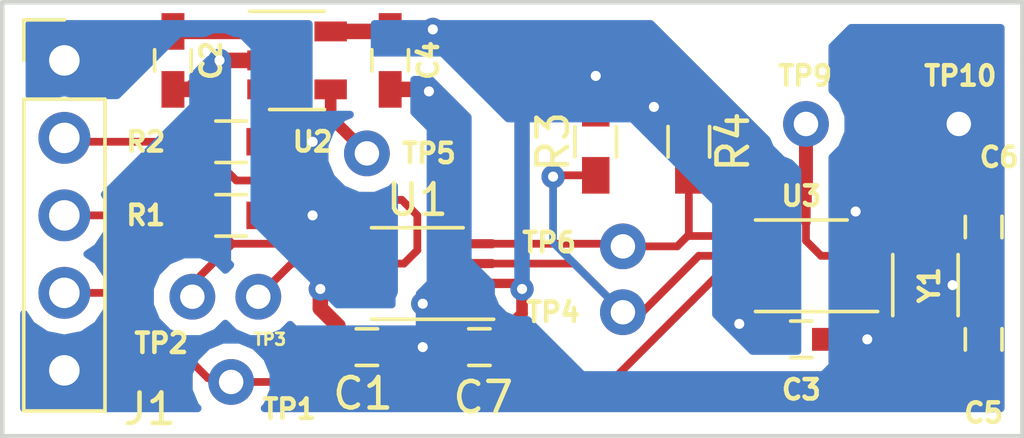
<source format=kicad_pcb>
(kicad_pcb (version 4) (host pcbnew 4.0.6)

  (general
    (links 46)
    (no_connects 0)
    (area 116.629467 89.0858 171.145201 106.5832)
    (thickness 1.6)
    (drawings 6)
    (tracks 127)
    (zones 0)
    (modules 24)
    (nets 13)
  )

  (page A4)
  (layers
    (0 F.Cu signal hide)
    (31 B.Cu signal hide)
    (32 B.Adhes user)
    (33 F.Adhes user)
    (34 B.Paste user)
    (35 F.Paste user)
    (36 B.SilkS user)
    (37 F.SilkS user)
    (38 B.Mask user)
    (39 F.Mask user)
    (40 Dwgs.User user)
    (41 Cmts.User user)
    (42 Eco1.User user)
    (43 Eco2.User user)
    (44 Edge.Cuts user)
    (45 Margin user)
    (46 B.CrtYd user)
    (47 F.CrtYd user)
    (48 B.Fab user)
    (49 F.Fab user hide)
  )

  (setup
    (last_trace_width 0.254)
    (user_trace_width 0.254)
    (user_trace_width 0.3048)
    (user_trace_width 0.381)
    (user_trace_width 0.4572)
    (user_trace_width 0.508)
    (trace_clearance 0.2032)
    (zone_clearance 0.508)
    (zone_45_only yes)
    (trace_min 0.2032)
    (segment_width 0.2)
    (edge_width 0.15)
    (via_size 0.762)
    (via_drill 0.3302)
    (via_min_size 0.762)
    (via_min_drill 0.3302)
    (uvia_size 0.3)
    (uvia_drill 0.1)
    (uvias_allowed no)
    (uvia_min_size 0.2)
    (uvia_min_drill 0.1)
    (pcb_text_width 0.3)
    (pcb_text_size 1.5 1.5)
    (mod_edge_width 0.15)
    (mod_text_size 0.635 0.635)
    (mod_text_width 0.15)
    (pad_size 1.5 1.5)
    (pad_drill 0.8)
    (pad_to_mask_clearance 0)
    (aux_axis_origin 119.634 105.283)
    (grid_origin 119.634 105.283)
    (visible_elements 7FFEEFFF)
    (pcbplotparams
      (layerselection 0x00030_80000001)
      (usegerberextensions false)
      (excludeedgelayer true)
      (linewidth 0.100000)
      (plotframeref false)
      (viasonmask false)
      (mode 1)
      (useauxorigin false)
      (hpglpennumber 1)
      (hpglpenspeed 20)
      (hpglpendiameter 15)
      (hpglpenoverlay 2)
      (psnegative false)
      (psa4output false)
      (plotreference true)
      (plotvalue true)
      (plotinvisibletext false)
      (padsonsilk false)
      (subtractmaskfromsilk false)
      (outputformat 1)
      (mirror false)
      (drillshape 0)
      (scaleselection 1)
      (outputdirectory ""))
  )

  (net 0 "")
  (net 1 +5V)
  (net 2 GND)
  (net 3 +3V3)
  (net 4 "Net-(C5-Pad1)")
  (net 5 "Net-(C6-Pad1)")
  (net 6 "Net-(J1-Pad2)")
  (net 7 "Net-(J1-Pad3)")
  (net 8 /PULSE)
  (net 9 "Net-(R3-Pad2)")
  (net 10 "Net-(R4-Pad2)")
  (net 11 "Net-(TP5-Pad1)")
  (net 12 "Net-(TP9-Pad1)")

  (net_class Default "This is the default net class."
    (clearance 0.2032)
    (trace_width 0.254)
    (via_dia 0.762)
    (via_drill 0.3302)
    (uvia_dia 0.3)
    (uvia_drill 0.1)
    (add_net +3V3)
    (add_net +5V)
    (add_net /PULSE)
    (add_net GND)
    (add_net "Net-(C5-Pad1)")
    (add_net "Net-(C6-Pad1)")
    (add_net "Net-(J1-Pad2)")
    (add_net "Net-(J1-Pad3)")
    (add_net "Net-(R3-Pad2)")
    (add_net "Net-(R4-Pad2)")
    (add_net "Net-(TP5-Pad1)")
    (add_net "Net-(TP9-Pad1)")
  )

  (module Capacitors_SMD:C_0603_HandSoldering (layer F.Cu) (tedit 58E13B79) (tstamp 58DB4441)
    (at 131.572 102.362)
    (descr "Capacitor SMD 0603, hand soldering")
    (tags "capacitor 0603")
    (path /58DB44C0)
    (attr smd)
    (fp_text reference C1 (at -0.127 1.524) (layer F.SilkS)
      (effects (font (size 1 1) (thickness 0.15)))
    )
    (fp_text value 1uF (at 0 1.5) (layer F.Fab)
      (effects (font (size 1 1) (thickness 0.15)))
    )
    (fp_text user %R (at 0 -1.25) (layer F.Fab)
      (effects (font (size 1 1) (thickness 0.15)))
    )
    (fp_line (start -0.8 0.4) (end -0.8 -0.4) (layer F.Fab) (width 0.1))
    (fp_line (start 0.8 0.4) (end -0.8 0.4) (layer F.Fab) (width 0.1))
    (fp_line (start 0.8 -0.4) (end 0.8 0.4) (layer F.Fab) (width 0.1))
    (fp_line (start -0.8 -0.4) (end 0.8 -0.4) (layer F.Fab) (width 0.1))
    (fp_line (start -0.35 -0.6) (end 0.35 -0.6) (layer F.SilkS) (width 0.12))
    (fp_line (start 0.35 0.6) (end -0.35 0.6) (layer F.SilkS) (width 0.12))
    (fp_line (start -1.8 -0.65) (end 1.8 -0.65) (layer F.CrtYd) (width 0.05))
    (fp_line (start -1.8 -0.65) (end -1.8 0.65) (layer F.CrtYd) (width 0.05))
    (fp_line (start 1.8 0.65) (end 1.8 -0.65) (layer F.CrtYd) (width 0.05))
    (fp_line (start 1.8 0.65) (end -1.8 0.65) (layer F.CrtYd) (width 0.05))
    (pad 1 smd rect (at -0.95 0) (size 1.2 0.75) (layers F.Cu F.Paste F.Mask)
      (net 1 +5V))
    (pad 2 smd rect (at 0.95 0) (size 1.2 0.75) (layers F.Cu F.Paste F.Mask)
      (net 2 GND))
    (model Capacitors_SMD.3dshapes/C_0603.wrl
      (at (xyz 0 0 0))
      (scale (xyz 1 1 1))
      (rotate (xyz 0 0 0))
    )
  )

  (module Capacitors_SMD:C_0603_HandSoldering (layer F.Cu) (tedit 58E13B8B) (tstamp 58DB4447)
    (at 125.222 92.964 270)
    (descr "Capacitor SMD 0603, hand soldering")
    (tags "capacitor 0603")
    (path /58DB1849)
    (attr smd)
    (fp_text reference C2 (at 0 -1.25 270) (layer F.SilkS)
      (effects (font (size 0.635 0.635) (thickness 0.15)))
    )
    (fp_text value 1uF (at 0 1.5 270) (layer F.Fab)
      (effects (font (size 1 1) (thickness 0.15)))
    )
    (fp_text user %R (at 0 -1.25 270) (layer F.Fab)
      (effects (font (size 1 1) (thickness 0.15)))
    )
    (fp_line (start -0.8 0.4) (end -0.8 -0.4) (layer F.Fab) (width 0.1))
    (fp_line (start 0.8 0.4) (end -0.8 0.4) (layer F.Fab) (width 0.1))
    (fp_line (start 0.8 -0.4) (end 0.8 0.4) (layer F.Fab) (width 0.1))
    (fp_line (start -0.8 -0.4) (end 0.8 -0.4) (layer F.Fab) (width 0.1))
    (fp_line (start -0.35 -0.6) (end 0.35 -0.6) (layer F.SilkS) (width 0.12))
    (fp_line (start 0.35 0.6) (end -0.35 0.6) (layer F.SilkS) (width 0.12))
    (fp_line (start -1.8 -0.65) (end 1.8 -0.65) (layer F.CrtYd) (width 0.05))
    (fp_line (start -1.8 -0.65) (end -1.8 0.65) (layer F.CrtYd) (width 0.05))
    (fp_line (start 1.8 0.65) (end 1.8 -0.65) (layer F.CrtYd) (width 0.05))
    (fp_line (start 1.8 0.65) (end -1.8 0.65) (layer F.CrtYd) (width 0.05))
    (pad 1 smd rect (at -0.95 0 270) (size 1.2 0.75) (layers F.Cu F.Paste F.Mask)
      (net 1 +5V))
    (pad 2 smd rect (at 0.95 0 270) (size 1.2 0.75) (layers F.Cu F.Paste F.Mask)
      (net 2 GND))
    (model Capacitors_SMD.3dshapes/C_0603.wrl
      (at (xyz 0 0 0))
      (scale (xyz 1 1 1))
      (rotate (xyz 0 0 0))
    )
  )

  (module Capacitors_SMD:C_0603_HandSoldering (layer F.Cu) (tedit 58E13CAF) (tstamp 58DB444D)
    (at 145.796 102.108)
    (descr "Capacitor SMD 0603, hand soldering")
    (tags "capacitor 0603")
    (path /58DB5E6E)
    (attr smd)
    (fp_text reference C3 (at 0 1.651) (layer F.SilkS)
      (effects (font (size 0.635 0.635) (thickness 0.15)))
    )
    (fp_text value 1uF (at 0 1.5) (layer F.Fab)
      (effects (font (size 1 1) (thickness 0.15)))
    )
    (fp_text user %R (at 0 -1.25) (layer F.Fab)
      (effects (font (size 1 1) (thickness 0.15)))
    )
    (fp_line (start -0.8 0.4) (end -0.8 -0.4) (layer F.Fab) (width 0.1))
    (fp_line (start 0.8 0.4) (end -0.8 0.4) (layer F.Fab) (width 0.1))
    (fp_line (start 0.8 -0.4) (end 0.8 0.4) (layer F.Fab) (width 0.1))
    (fp_line (start -0.8 -0.4) (end 0.8 -0.4) (layer F.Fab) (width 0.1))
    (fp_line (start -0.35 -0.6) (end 0.35 -0.6) (layer F.SilkS) (width 0.12))
    (fp_line (start 0.35 0.6) (end -0.35 0.6) (layer F.SilkS) (width 0.12))
    (fp_line (start -1.8 -0.65) (end 1.8 -0.65) (layer F.CrtYd) (width 0.05))
    (fp_line (start -1.8 -0.65) (end -1.8 0.65) (layer F.CrtYd) (width 0.05))
    (fp_line (start 1.8 0.65) (end 1.8 -0.65) (layer F.CrtYd) (width 0.05))
    (fp_line (start 1.8 0.65) (end -1.8 0.65) (layer F.CrtYd) (width 0.05))
    (pad 1 smd rect (at -0.95 0) (size 1.2 0.75) (layers F.Cu F.Paste F.Mask)
      (net 3 +3V3))
    (pad 2 smd rect (at 0.95 0) (size 1.2 0.75) (layers F.Cu F.Paste F.Mask)
      (net 2 GND))
    (model Capacitors_SMD.3dshapes/C_0603.wrl
      (at (xyz 0 0 0))
      (scale (xyz 1 1 1))
      (rotate (xyz 0 0 0))
    )
  )

  (module Capacitors_SMD:C_0603_HandSoldering (layer F.Cu) (tedit 58E13BAB) (tstamp 58DB4453)
    (at 132.334 92.964 270)
    (descr "Capacitor SMD 0603, hand soldering")
    (tags "capacitor 0603")
    (path /58DB1DC4)
    (attr smd)
    (fp_text reference C4 (at 0 -1.25 270) (layer F.SilkS)
      (effects (font (size 0.635 0.635) (thickness 0.15)))
    )
    (fp_text value 4.7uF (at 0 1.5 270) (layer F.Fab)
      (effects (font (size 1 1) (thickness 0.15)))
    )
    (fp_text user %R (at 0 -1.25 270) (layer F.Fab)
      (effects (font (size 1 1) (thickness 0.15)))
    )
    (fp_line (start -0.8 0.4) (end -0.8 -0.4) (layer F.Fab) (width 0.1))
    (fp_line (start 0.8 0.4) (end -0.8 0.4) (layer F.Fab) (width 0.1))
    (fp_line (start 0.8 -0.4) (end 0.8 0.4) (layer F.Fab) (width 0.1))
    (fp_line (start -0.8 -0.4) (end 0.8 -0.4) (layer F.Fab) (width 0.1))
    (fp_line (start -0.35 -0.6) (end 0.35 -0.6) (layer F.SilkS) (width 0.12))
    (fp_line (start 0.35 0.6) (end -0.35 0.6) (layer F.SilkS) (width 0.12))
    (fp_line (start -1.8 -0.65) (end 1.8 -0.65) (layer F.CrtYd) (width 0.05))
    (fp_line (start -1.8 -0.65) (end -1.8 0.65) (layer F.CrtYd) (width 0.05))
    (fp_line (start 1.8 0.65) (end 1.8 -0.65) (layer F.CrtYd) (width 0.05))
    (fp_line (start 1.8 0.65) (end -1.8 0.65) (layer F.CrtYd) (width 0.05))
    (pad 1 smd rect (at -0.95 0 270) (size 1.2 0.75) (layers F.Cu F.Paste F.Mask)
      (net 3 +3V3))
    (pad 2 smd rect (at 0.95 0 270) (size 1.2 0.75) (layers F.Cu F.Paste F.Mask)
      (net 2 GND))
    (model Capacitors_SMD.3dshapes/C_0603.wrl
      (at (xyz 0 0 0))
      (scale (xyz 1 1 1))
      (rotate (xyz 0 0 0))
    )
  )

  (module Capacitors_SMD:C_0603_HandSoldering (layer F.Cu) (tedit 58E13CE2) (tstamp 58DB4459)
    (at 151.765 102.108 90)
    (descr "Capacitor SMD 0603, hand soldering")
    (tags "capacitor 0603")
    (path /58DBDA82)
    (attr smd)
    (fp_text reference C5 (at -2.413 0 180) (layer F.SilkS)
      (effects (font (size 0.635 0.635) (thickness 0.15)))
    )
    (fp_text value 6pF (at 0 1.5 90) (layer F.Fab)
      (effects (font (size 1 1) (thickness 0.15)))
    )
    (fp_text user %R (at 0 -1.25 90) (layer F.Fab)
      (effects (font (size 1 1) (thickness 0.15)))
    )
    (fp_line (start -0.8 0.4) (end -0.8 -0.4) (layer F.Fab) (width 0.1))
    (fp_line (start 0.8 0.4) (end -0.8 0.4) (layer F.Fab) (width 0.1))
    (fp_line (start 0.8 -0.4) (end 0.8 0.4) (layer F.Fab) (width 0.1))
    (fp_line (start -0.8 -0.4) (end 0.8 -0.4) (layer F.Fab) (width 0.1))
    (fp_line (start -0.35 -0.6) (end 0.35 -0.6) (layer F.SilkS) (width 0.12))
    (fp_line (start 0.35 0.6) (end -0.35 0.6) (layer F.SilkS) (width 0.12))
    (fp_line (start -1.8 -0.65) (end 1.8 -0.65) (layer F.CrtYd) (width 0.05))
    (fp_line (start -1.8 -0.65) (end -1.8 0.65) (layer F.CrtYd) (width 0.05))
    (fp_line (start 1.8 0.65) (end 1.8 -0.65) (layer F.CrtYd) (width 0.05))
    (fp_line (start 1.8 0.65) (end -1.8 0.65) (layer F.CrtYd) (width 0.05))
    (pad 1 smd rect (at -0.95 0 90) (size 1.2 0.75) (layers F.Cu F.Paste F.Mask)
      (net 4 "Net-(C5-Pad1)"))
    (pad 2 smd rect (at 0.95 0 90) (size 1.2 0.75) (layers F.Cu F.Paste F.Mask)
      (net 2 GND))
    (model Capacitors_SMD.3dshapes/C_0603.wrl
      (at (xyz 0 0 0))
      (scale (xyz 1 1 1))
      (rotate (xyz 0 0 0))
    )
  )

  (module Capacitors_SMD:C_0603_HandSoldering (layer F.Cu) (tedit 58E13D59) (tstamp 58DB445F)
    (at 151.765 98.425 270)
    (descr "Capacitor SMD 0603, hand soldering")
    (tags "capacitor 0603")
    (path /58DBD926)
    (attr smd)
    (fp_text reference C6 (at -2.286 -0.508 360) (layer F.SilkS)
      (effects (font (size 0.635 0.635) (thickness 0.15)))
    )
    (fp_text value 6pF (at 0 1.5 270) (layer F.Fab)
      (effects (font (size 1 1) (thickness 0.15)))
    )
    (fp_text user %R (at 0 -1.25 270) (layer F.Fab)
      (effects (font (size 1 1) (thickness 0.15)))
    )
    (fp_line (start -0.8 0.4) (end -0.8 -0.4) (layer F.Fab) (width 0.1))
    (fp_line (start 0.8 0.4) (end -0.8 0.4) (layer F.Fab) (width 0.1))
    (fp_line (start 0.8 -0.4) (end 0.8 0.4) (layer F.Fab) (width 0.1))
    (fp_line (start -0.8 -0.4) (end 0.8 -0.4) (layer F.Fab) (width 0.1))
    (fp_line (start -0.35 -0.6) (end 0.35 -0.6) (layer F.SilkS) (width 0.12))
    (fp_line (start 0.35 0.6) (end -0.35 0.6) (layer F.SilkS) (width 0.12))
    (fp_line (start -1.8 -0.65) (end 1.8 -0.65) (layer F.CrtYd) (width 0.05))
    (fp_line (start -1.8 -0.65) (end -1.8 0.65) (layer F.CrtYd) (width 0.05))
    (fp_line (start 1.8 0.65) (end 1.8 -0.65) (layer F.CrtYd) (width 0.05))
    (fp_line (start 1.8 0.65) (end -1.8 0.65) (layer F.CrtYd) (width 0.05))
    (pad 1 smd rect (at -0.95 0 270) (size 1.2 0.75) (layers F.Cu F.Paste F.Mask)
      (net 5 "Net-(C6-Pad1)"))
    (pad 2 smd rect (at 0.95 0 270) (size 1.2 0.75) (layers F.Cu F.Paste F.Mask)
      (net 2 GND))
    (model Capacitors_SMD.3dshapes/C_0603.wrl
      (at (xyz 0 0 0))
      (scale (xyz 1 1 1))
      (rotate (xyz 0 0 0))
    )
  )

  (module Capacitors_SMD:C_0603_HandSoldering (layer F.Cu) (tedit 58E13B72) (tstamp 58DB4465)
    (at 135.255 102.362 180)
    (descr "Capacitor SMD 0603, hand soldering")
    (tags "capacitor 0603")
    (path /58DB75F7)
    (attr smd)
    (fp_text reference C7 (at -0.127 -1.651 180) (layer F.SilkS)
      (effects (font (size 1 1) (thickness 0.15)))
    )
    (fp_text value 1uF (at 0 1.5 180) (layer F.Fab)
      (effects (font (size 1 1) (thickness 0.15)))
    )
    (fp_text user %R (at 0 -1.25 180) (layer F.Fab)
      (effects (font (size 1 1) (thickness 0.15)))
    )
    (fp_line (start -0.8 0.4) (end -0.8 -0.4) (layer F.Fab) (width 0.1))
    (fp_line (start 0.8 0.4) (end -0.8 0.4) (layer F.Fab) (width 0.1))
    (fp_line (start 0.8 -0.4) (end 0.8 0.4) (layer F.Fab) (width 0.1))
    (fp_line (start -0.8 -0.4) (end 0.8 -0.4) (layer F.Fab) (width 0.1))
    (fp_line (start -0.35 -0.6) (end 0.35 -0.6) (layer F.SilkS) (width 0.12))
    (fp_line (start 0.35 0.6) (end -0.35 0.6) (layer F.SilkS) (width 0.12))
    (fp_line (start -1.8 -0.65) (end 1.8 -0.65) (layer F.CrtYd) (width 0.05))
    (fp_line (start -1.8 -0.65) (end -1.8 0.65) (layer F.CrtYd) (width 0.05))
    (fp_line (start 1.8 0.65) (end 1.8 -0.65) (layer F.CrtYd) (width 0.05))
    (fp_line (start 1.8 0.65) (end -1.8 0.65) (layer F.CrtYd) (width 0.05))
    (pad 1 smd rect (at -0.95 0 180) (size 1.2 0.75) (layers F.Cu F.Paste F.Mask)
      (net 3 +3V3))
    (pad 2 smd rect (at 0.95 0 180) (size 1.2 0.75) (layers F.Cu F.Paste F.Mask)
      (net 2 GND))
    (model Capacitors_SMD.3dshapes/C_0603.wrl
      (at (xyz 0 0 0))
      (scale (xyz 1 1 1))
      (rotate (xyz 0 0 0))
    )
  )

  (module Socket_Strips:Socket_Strip_Straight_1x05_Pitch2.54mm (layer F.Cu) (tedit 58CD5446) (tstamp 58DB4474)
    (at 121.666 92.964)
    (descr "Through hole straight socket strip, 1x05, 2.54mm pitch, single row")
    (tags "Through hole socket strip THT 1x05 2.54mm single row")
    (path /58DB32C3)
    (fp_text reference J1 (at 2.794 11.43) (layer F.SilkS)
      (effects (font (size 1 1) (thickness 0.15)))
    )
    (fp_text value CONN_01X05 (at 0 12.49) (layer F.Fab)
      (effects (font (size 1 1) (thickness 0.15)))
    )
    (fp_line (start -1.27 -1.27) (end -1.27 11.43) (layer F.Fab) (width 0.1))
    (fp_line (start -1.27 11.43) (end 1.27 11.43) (layer F.Fab) (width 0.1))
    (fp_line (start 1.27 11.43) (end 1.27 -1.27) (layer F.Fab) (width 0.1))
    (fp_line (start 1.27 -1.27) (end -1.27 -1.27) (layer F.Fab) (width 0.1))
    (fp_line (start -1.33 1.27) (end -1.33 11.49) (layer F.SilkS) (width 0.12))
    (fp_line (start -1.33 11.49) (end 1.33 11.49) (layer F.SilkS) (width 0.12))
    (fp_line (start 1.33 11.49) (end 1.33 1.27) (layer F.SilkS) (width 0.12))
    (fp_line (start 1.33 1.27) (end -1.33 1.27) (layer F.SilkS) (width 0.12))
    (fp_line (start -1.33 0) (end -1.33 -1.33) (layer F.SilkS) (width 0.12))
    (fp_line (start -1.33 -1.33) (end 0 -1.33) (layer F.SilkS) (width 0.12))
    (fp_line (start -1.8 -1.8) (end -1.8 11.95) (layer F.CrtYd) (width 0.05))
    (fp_line (start -1.8 11.95) (end 1.8 11.95) (layer F.CrtYd) (width 0.05))
    (fp_line (start 1.8 11.95) (end 1.8 -1.8) (layer F.CrtYd) (width 0.05))
    (fp_line (start 1.8 -1.8) (end -1.8 -1.8) (layer F.CrtYd) (width 0.05))
    (fp_text user %R (at 0 -2.33) (layer F.Fab)
      (effects (font (size 1 1) (thickness 0.15)))
    )
    (pad 1 thru_hole rect (at 0 0) (size 1.7 1.7) (drill 1) (layers *.Cu *.Mask)
      (net 1 +5V))
    (pad 2 thru_hole oval (at 0 2.54) (size 1.7 1.7) (drill 1) (layers *.Cu *.Mask)
      (net 6 "Net-(J1-Pad2)"))
    (pad 3 thru_hole oval (at 0 5.08) (size 1.7 1.7) (drill 1) (layers *.Cu *.Mask)
      (net 7 "Net-(J1-Pad3)"))
    (pad 4 thru_hole oval (at 0 7.62) (size 1.7 1.7) (drill 1) (layers *.Cu *.Mask)
      (net 8 /PULSE))
    (pad 5 thru_hole oval (at 0 10.16) (size 1.7 1.7) (drill 1) (layers *.Cu *.Mask)
      (net 2 GND))
    (model ${KISYS3DMOD}/Socket_Strips.3dshapes/Socket_Strip_Straight_1x05_Pitch2.54mm.wrl
      (at (xyz 0 -0.2 0))
      (scale (xyz 1 1 1))
      (rotate (xyz 0 0 270))
    )
  )

  (module Resistors_SMD:R_0603_HandSoldering (layer F.Cu) (tedit 58E13AC0) (tstamp 58DB447A)
    (at 127.127 98.044 180)
    (descr "Resistor SMD 0603, hand soldering")
    (tags "resistor 0603")
    (path /58DB26C2)
    (attr smd)
    (fp_text reference R1 (at 2.794 0 180) (layer F.SilkS)
      (effects (font (size 0.635 0.635) (thickness 0.15)))
    )
    (fp_text value 4.7K (at 0 1.55 180) (layer F.Fab)
      (effects (font (size 1 1) (thickness 0.15)))
    )
    (fp_text user %R (at 0 -1.45 180) (layer F.Fab)
      (effects (font (size 1 1) (thickness 0.15)))
    )
    (fp_line (start -0.8 0.4) (end -0.8 -0.4) (layer F.Fab) (width 0.1))
    (fp_line (start 0.8 0.4) (end -0.8 0.4) (layer F.Fab) (width 0.1))
    (fp_line (start 0.8 -0.4) (end 0.8 0.4) (layer F.Fab) (width 0.1))
    (fp_line (start -0.8 -0.4) (end 0.8 -0.4) (layer F.Fab) (width 0.1))
    (fp_line (start 0.5 0.68) (end -0.5 0.68) (layer F.SilkS) (width 0.12))
    (fp_line (start -0.5 -0.68) (end 0.5 -0.68) (layer F.SilkS) (width 0.12))
    (fp_line (start -1.96 -0.7) (end 1.95 -0.7) (layer F.CrtYd) (width 0.05))
    (fp_line (start -1.96 -0.7) (end -1.96 0.7) (layer F.CrtYd) (width 0.05))
    (fp_line (start 1.95 0.7) (end 1.95 -0.7) (layer F.CrtYd) (width 0.05))
    (fp_line (start 1.95 0.7) (end -1.96 0.7) (layer F.CrtYd) (width 0.05))
    (pad 1 smd rect (at -1.1 0 180) (size 1.2 0.9) (layers F.Cu F.Paste F.Mask)
      (net 1 +5V))
    (pad 2 smd rect (at 1.1 0 180) (size 1.2 0.9) (layers F.Cu F.Paste F.Mask)
      (net 7 "Net-(J1-Pad3)"))
    (model Resistors_SMD.3dshapes/R_0603.wrl
      (at (xyz 0 0 0))
      (scale (xyz 1 1 1))
      (rotate (xyz 0 0 0))
    )
  )

  (module Resistors_SMD:R_0603_HandSoldering (layer F.Cu) (tedit 58E13ACC) (tstamp 58DB4480)
    (at 127.127 95.631 180)
    (descr "Resistor SMD 0603, hand soldering")
    (tags "resistor 0603")
    (path /58DB24A3)
    (attr smd)
    (fp_text reference R2 (at 2.794 0 180) (layer F.SilkS)
      (effects (font (size 0.635 0.635) (thickness 0.15)))
    )
    (fp_text value 4.7K (at 0 1.55 180) (layer F.Fab)
      (effects (font (size 1 1) (thickness 0.15)))
    )
    (fp_text user %R (at 0 -1.45 180) (layer F.Fab)
      (effects (font (size 1 1) (thickness 0.15)))
    )
    (fp_line (start -0.8 0.4) (end -0.8 -0.4) (layer F.Fab) (width 0.1))
    (fp_line (start 0.8 0.4) (end -0.8 0.4) (layer F.Fab) (width 0.1))
    (fp_line (start 0.8 -0.4) (end 0.8 0.4) (layer F.Fab) (width 0.1))
    (fp_line (start -0.8 -0.4) (end 0.8 -0.4) (layer F.Fab) (width 0.1))
    (fp_line (start 0.5 0.68) (end -0.5 0.68) (layer F.SilkS) (width 0.12))
    (fp_line (start -0.5 -0.68) (end 0.5 -0.68) (layer F.SilkS) (width 0.12))
    (fp_line (start -1.96 -0.7) (end 1.95 -0.7) (layer F.CrtYd) (width 0.05))
    (fp_line (start -1.96 -0.7) (end -1.96 0.7) (layer F.CrtYd) (width 0.05))
    (fp_line (start 1.95 0.7) (end 1.95 -0.7) (layer F.CrtYd) (width 0.05))
    (fp_line (start 1.95 0.7) (end -1.96 0.7) (layer F.CrtYd) (width 0.05))
    (pad 1 smd rect (at -1.1 0 180) (size 1.2 0.9) (layers F.Cu F.Paste F.Mask)
      (net 1 +5V))
    (pad 2 smd rect (at 1.1 0 180) (size 1.2 0.9) (layers F.Cu F.Paste F.Mask)
      (net 6 "Net-(J1-Pad2)"))
    (model Resistors_SMD.3dshapes/R_0603.wrl
      (at (xyz 0 0 0))
      (scale (xyz 1 1 1))
      (rotate (xyz 0 0 0))
    )
  )

  (module Resistors_SMD:R_0603_HandSoldering (layer F.Cu) (tedit 58E13BBA) (tstamp 58DB4486)
    (at 139.065 95.631 270)
    (descr "Resistor SMD 0603, hand soldering")
    (tags "resistor 0603")
    (path /58DB6889)
    (attr smd)
    (fp_text reference R3 (at 0 1.397 270) (layer F.SilkS)
      (effects (font (size 1 1) (thickness 0.15)))
    )
    (fp_text value 4.7K (at 0 1.55 270) (layer F.Fab)
      (effects (font (size 1 1) (thickness 0.15)))
    )
    (fp_text user %R (at 0 -1.45 270) (layer F.Fab)
      (effects (font (size 1 1) (thickness 0.15)))
    )
    (fp_line (start -0.8 0.4) (end -0.8 -0.4) (layer F.Fab) (width 0.1))
    (fp_line (start 0.8 0.4) (end -0.8 0.4) (layer F.Fab) (width 0.1))
    (fp_line (start 0.8 -0.4) (end 0.8 0.4) (layer F.Fab) (width 0.1))
    (fp_line (start -0.8 -0.4) (end 0.8 -0.4) (layer F.Fab) (width 0.1))
    (fp_line (start 0.5 0.68) (end -0.5 0.68) (layer F.SilkS) (width 0.12))
    (fp_line (start -0.5 -0.68) (end 0.5 -0.68) (layer F.SilkS) (width 0.12))
    (fp_line (start -1.96 -0.7) (end 1.95 -0.7) (layer F.CrtYd) (width 0.05))
    (fp_line (start -1.96 -0.7) (end -1.96 0.7) (layer F.CrtYd) (width 0.05))
    (fp_line (start 1.95 0.7) (end 1.95 -0.7) (layer F.CrtYd) (width 0.05))
    (fp_line (start 1.95 0.7) (end -1.96 0.7) (layer F.CrtYd) (width 0.05))
    (pad 1 smd rect (at -1.1 0 270) (size 1.2 0.9) (layers F.Cu F.Paste F.Mask)
      (net 3 +3V3))
    (pad 2 smd rect (at 1.1 0 270) (size 1.2 0.9) (layers F.Cu F.Paste F.Mask)
      (net 9 "Net-(R3-Pad2)"))
    (model Resistors_SMD.3dshapes/R_0603.wrl
      (at (xyz 0 0 0))
      (scale (xyz 1 1 1))
      (rotate (xyz 0 0 0))
    )
  )

  (module Resistors_SMD:R_0603_HandSoldering (layer F.Cu) (tedit 58AAD9E8) (tstamp 58DB448C)
    (at 142.113 95.631 270)
    (descr "Resistor SMD 0603, hand soldering")
    (tags "resistor 0603")
    (path /58DB6883)
    (attr smd)
    (fp_text reference R4 (at 0 -1.45 270) (layer F.SilkS)
      (effects (font (size 1 1) (thickness 0.15)))
    )
    (fp_text value 4.7K (at 0 1.55 270) (layer F.Fab)
      (effects (font (size 1 1) (thickness 0.15)))
    )
    (fp_text user %R (at 0 -1.45 270) (layer F.Fab)
      (effects (font (size 1 1) (thickness 0.15)))
    )
    (fp_line (start -0.8 0.4) (end -0.8 -0.4) (layer F.Fab) (width 0.1))
    (fp_line (start 0.8 0.4) (end -0.8 0.4) (layer F.Fab) (width 0.1))
    (fp_line (start 0.8 -0.4) (end 0.8 0.4) (layer F.Fab) (width 0.1))
    (fp_line (start -0.8 -0.4) (end 0.8 -0.4) (layer F.Fab) (width 0.1))
    (fp_line (start 0.5 0.68) (end -0.5 0.68) (layer F.SilkS) (width 0.12))
    (fp_line (start -0.5 -0.68) (end 0.5 -0.68) (layer F.SilkS) (width 0.12))
    (fp_line (start -1.96 -0.7) (end 1.95 -0.7) (layer F.CrtYd) (width 0.05))
    (fp_line (start -1.96 -0.7) (end -1.96 0.7) (layer F.CrtYd) (width 0.05))
    (fp_line (start 1.95 0.7) (end 1.95 -0.7) (layer F.CrtYd) (width 0.05))
    (fp_line (start 1.95 0.7) (end -1.96 0.7) (layer F.CrtYd) (width 0.05))
    (pad 1 smd rect (at -1.1 0 270) (size 1.2 0.9) (layers F.Cu F.Paste F.Mask)
      (net 3 +3V3))
    (pad 2 smd rect (at 1.1 0 270) (size 1.2 0.9) (layers F.Cu F.Paste F.Mask)
      (net 10 "Net-(R4-Pad2)"))
    (model Resistors_SMD.3dshapes/R_0603.wrl
      (at (xyz 0 0 0))
      (scale (xyz 1 1 1))
      (rotate (xyz 0 0 0))
    )
  )

  (module Measurement_Points:Measurement_Point_Round-TH_Small (layer F.Cu) (tedit 58E13B6F) (tstamp 58DB4491)
    (at 127.127 103.505)
    (descr "Mesurement Point, Square, Trough Hole,  DM 1.5mm, Drill 0.8mm,")
    (tags "Mesurement Point Round Trough Hole 1.5mm Drill 0.8mm")
    (path /58DC2445)
    (attr virtual)
    (fp_text reference TP1 (at 1.905 0.889) (layer F.SilkS)
      (effects (font (size 0.635 0.635) (thickness 0.15)))
    )
    (fp_text value TEST (at 0 2) (layer F.Fab)
      (effects (font (size 1 1) (thickness 0.15)))
    )
    (fp_circle (center 0 0) (end 1 0) (layer F.CrtYd) (width 0.05))
    (pad 1 thru_hole circle (at 0 0) (size 1.5 1.5) (drill 0.8) (layers *.Cu *.Mask)
      (net 8 /PULSE))
  )

  (module Measurement_Points:Measurement_Point_Round-TH_Small (layer F.Cu) (tedit 58E13B6C) (tstamp 58DB4496)
    (at 125.857 100.711)
    (descr "Mesurement Point, Square, Trough Hole,  DM 1.5mm, Drill 0.8mm,")
    (tags "Mesurement Point Round Trough Hole 1.5mm Drill 0.8mm")
    (path /58DB7FCD)
    (attr virtual)
    (fp_text reference TP2 (at -1.016 1.524) (layer F.SilkS)
      (effects (font (size 0.635 0.635) (thickness 0.15)))
    )
    (fp_text value TEST (at 0 2) (layer F.Fab)
      (effects (font (size 1 1) (thickness 0.15)))
    )
    (fp_circle (center 0 0) (end 1 0) (layer F.CrtYd) (width 0.05))
    (pad 1 thru_hole circle (at 0 0) (size 1.5 1.5) (drill 0.8) (layers *.Cu *.Mask)
      (net 7 "Net-(J1-Pad3)"))
  )

  (module Measurement_Points:Measurement_Point_Round-TH_Small (layer F.Cu) (tedit 58E13AAA) (tstamp 58DB449B)
    (at 128.016 100.711)
    (descr "Mesurement Point, Square, Trough Hole,  DM 1.5mm, Drill 0.8mm,")
    (tags "Mesurement Point Round Trough Hole 1.5mm Drill 0.8mm")
    (path /58DB8100)
    (attr virtual)
    (fp_text reference TP3 (at 0.381 1.397) (layer F.SilkS)
      (effects (font (size 0.381 0.381) (thickness 0.09525)))
    )
    (fp_text value TEST (at 0 2) (layer F.Fab)
      (effects (font (size 1 1) (thickness 0.15)))
    )
    (fp_circle (center 0 0) (end 1 0) (layer F.CrtYd) (width 0.05))
    (pad 1 thru_hole circle (at 0 0) (size 1.5 1.5) (drill 0.8) (layers *.Cu *.Mask)
      (net 6 "Net-(J1-Pad2)"))
  )

  (module Measurement_Points:Measurement_Point_Round-TH_Small (layer F.Cu) (tedit 58E13C48) (tstamp 58DB44A0)
    (at 139.954 101.219)
    (descr "Mesurement Point, Square, Trough Hole,  DM 1.5mm, Drill 0.8mm,")
    (tags "Mesurement Point Round Trough Hole 1.5mm Drill 0.8mm")
    (path /58DC1845)
    (attr virtual)
    (fp_text reference TP4 (at -2.286 0) (layer F.SilkS)
      (effects (font (size 0.635 0.635) (thickness 0.15)))
    )
    (fp_text value TEST (at 0 2) (layer F.Fab)
      (effects (font (size 1 1) (thickness 0.15)))
    )
    (fp_circle (center 0 0) (end 1 0) (layer F.CrtYd) (width 0.05))
    (pad 1 thru_hole circle (at 0 0) (size 1.5 1.5) (drill 0.8) (layers *.Cu *.Mask)
      (net 9 "Net-(R3-Pad2)"))
  )

  (module Measurement_Points:Measurement_Point_Round-TH_Small (layer F.Cu) (tedit 58E13B97) (tstamp 58DB44A5)
    (at 131.572 96.012)
    (descr "Mesurement Point, Square, Trough Hole,  DM 1.5mm, Drill 0.8mm,")
    (tags "Mesurement Point Round Trough Hole 1.5mm Drill 0.8mm")
    (path /58DB1E6A)
    (attr virtual)
    (fp_text reference TP5 (at 2.032 0) (layer F.SilkS)
      (effects (font (size 0.635 0.635) (thickness 0.15)))
    )
    (fp_text value TEST (at 0 2) (layer F.Fab)
      (effects (font (size 1 1) (thickness 0.15)))
    )
    (fp_circle (center 0 0) (end 1 0) (layer F.CrtYd) (width 0.05))
    (pad 1 thru_hole circle (at 0 0) (size 1.5 1.5) (drill 0.8) (layers *.Cu *.Mask)
      (net 11 "Net-(TP5-Pad1)"))
  )

  (module Measurement_Points:Measurement_Point_Round-TH_Small (layer F.Cu) (tedit 58E13BC8) (tstamp 58DB44AA)
    (at 139.954 99.06)
    (descr "Mesurement Point, Square, Trough Hole,  DM 1.5mm, Drill 0.8mm,")
    (tags "Mesurement Point Round Trough Hole 1.5mm Drill 0.8mm")
    (path /58DC184B)
    (attr virtual)
    (fp_text reference TP6 (at -2.413 -0.127) (layer F.SilkS)
      (effects (font (size 0.635 0.635) (thickness 0.15)))
    )
    (fp_text value TEST (at 0 2) (layer F.Fab)
      (effects (font (size 1 1) (thickness 0.15)))
    )
    (fp_circle (center 0 0) (end 1 0) (layer F.CrtYd) (width 0.05))
    (pad 1 thru_hole circle (at 0 0) (size 1.5 1.5) (drill 0.8) (layers *.Cu *.Mask)
      (net 10 "Net-(R4-Pad2)"))
  )

  (module Housings_SSOP:SSOP-8_2.95x2.8mm_Pitch0.65mm (layer F.Cu) (tedit 58E13B7F) (tstamp 58DB44B6)
    (at 133.223 99.949 180)
    (descr "SSOP-8 2.9 x2.8mm Pitch 0.65mm")
    (tags "SSOP-8 2.95x2.8mm Pitch 0.65mm")
    (path /58DB4CB4)
    (attr smd)
    (fp_text reference U1 (at 0 2.413 180) (layer F.SilkS)
      (effects (font (size 1 1) (thickness 0.15)))
    )
    (fp_text value PCA9306 (at 0 2.6 180) (layer F.Fab)
      (effects (font (size 1 1) (thickness 0.15)))
    )
    (fp_line (start -2.75 -1.65) (end 2.75 -1.65) (layer F.CrtYd) (width 0.05))
    (fp_line (start -2.75 1.65) (end -2.75 -1.65) (layer F.CrtYd) (width 0.05))
    (fp_line (start 2.75 1.65) (end -2.75 1.65) (layer F.CrtYd) (width 0.05))
    (fp_line (start 2.75 -1.65) (end 2.75 1.65) (layer F.CrtYd) (width 0.05))
    (fp_line (start 1.5 1.5) (end -1.5 1.5) (layer F.SilkS) (width 0.12))
    (fp_line (start 1.5 -1.5) (end -2.5 -1.5) (layer F.SilkS) (width 0.12))
    (fp_line (start -0.475 -1.4) (end -1.475 -0.7) (layer F.Fab) (width 0.1))
    (fp_line (start -0.475 -1.4) (end 1.475 -1.4) (layer F.Fab) (width 0.1))
    (fp_line (start -1.475 1.4) (end -1.475 -0.7) (layer F.Fab) (width 0.1))
    (fp_line (start 1.475 1.4) (end -1.475 1.4) (layer F.Fab) (width 0.1))
    (fp_line (start 1.475 -1.4) (end 1.475 1.4) (layer F.Fab) (width 0.1))
    (pad 1 smd rect (at -1.7 -0.975 90) (size 0.3 1.6) (layers F.Cu F.Paste F.Mask)
      (net 2 GND))
    (pad 2 smd rect (at -1.7 -0.325 90) (size 0.3 1.6) (layers F.Cu F.Paste F.Mask)
      (net 3 +3V3))
    (pad 3 smd rect (at -1.7 0.325 90) (size 0.3 1.6) (layers F.Cu F.Paste F.Mask)
      (net 9 "Net-(R3-Pad2)"))
    (pad 4 smd rect (at -1.7 0.975 90) (size 0.3 1.6) (layers F.Cu F.Paste F.Mask)
      (net 10 "Net-(R4-Pad2)"))
    (pad 5 smd rect (at 1.7 0.975 90) (size 0.3 1.6) (layers F.Cu F.Paste F.Mask)
      (net 7 "Net-(J1-Pad3)"))
    (pad 6 smd rect (at 1.7 0.325 90) (size 0.3 1.6) (layers F.Cu F.Paste F.Mask)
      (net 6 "Net-(J1-Pad2)"))
    (pad 7 smd rect (at 1.7 -0.325 90) (size 0.3 1.6) (layers F.Cu F.Paste F.Mask)
      (net 1 +5V))
    (pad 8 smd rect (at 1.7 -0.975 90) (size 0.3 1.6) (layers F.Cu F.Paste F.Mask)
      (net 1 +5V))
  )

  (module TO_SOT_Packages_SMD:SOT-23-5 (layer F.Cu) (tedit 58E13BA4) (tstamp 58DB44BF)
    (at 129.286 92.964)
    (descr "5-pin SOT23 package")
    (tags SOT-23-5)
    (path /58DB1520)
    (attr smd)
    (fp_text reference U2 (at 0.508 2.667) (layer F.SilkS)
      (effects (font (size 0.635 0.635) (thickness 0.15)))
    )
    (fp_text value TPS76333 (at 0 2.9) (layer F.Fab)
      (effects (font (size 1 1) (thickness 0.15)))
    )
    (fp_text user %R (at 0 0) (layer F.Fab)
      (effects (font (size 0.5 0.5) (thickness 0.075)))
    )
    (fp_line (start -0.9 1.61) (end 0.9 1.61) (layer F.SilkS) (width 0.12))
    (fp_line (start 0.9 -1.61) (end -1.55 -1.61) (layer F.SilkS) (width 0.12))
    (fp_line (start -1.9 -1.8) (end 1.9 -1.8) (layer F.CrtYd) (width 0.05))
    (fp_line (start 1.9 -1.8) (end 1.9 1.8) (layer F.CrtYd) (width 0.05))
    (fp_line (start 1.9 1.8) (end -1.9 1.8) (layer F.CrtYd) (width 0.05))
    (fp_line (start -1.9 1.8) (end -1.9 -1.8) (layer F.CrtYd) (width 0.05))
    (fp_line (start -0.9 -0.9) (end -0.25 -1.55) (layer F.Fab) (width 0.1))
    (fp_line (start 0.9 -1.55) (end -0.25 -1.55) (layer F.Fab) (width 0.1))
    (fp_line (start -0.9 -0.9) (end -0.9 1.55) (layer F.Fab) (width 0.1))
    (fp_line (start 0.9 1.55) (end -0.9 1.55) (layer F.Fab) (width 0.1))
    (fp_line (start 0.9 -1.55) (end 0.9 1.55) (layer F.Fab) (width 0.1))
    (pad 1 smd rect (at -1.1 -0.95) (size 1.06 0.65) (layers F.Cu F.Paste F.Mask)
      (net 1 +5V))
    (pad 2 smd rect (at -1.1 0) (size 1.06 0.65) (layers F.Cu F.Paste F.Mask)
      (net 2 GND))
    (pad 3 smd rect (at -1.1 0.95) (size 1.06 0.65) (layers F.Cu F.Paste F.Mask)
      (net 1 +5V))
    (pad 4 smd rect (at 1.1 0.95) (size 1.06 0.65) (layers F.Cu F.Paste F.Mask)
      (net 11 "Net-(TP5-Pad1)"))
    (pad 5 smd rect (at 1.1 -0.95) (size 1.06 0.65) (layers F.Cu F.Paste F.Mask)
      (net 3 +3V3))
    (model ${KISYS3DMOD}/TO_SOT_Packages_SMD.3dshapes/SOT-23-5.wrl
      (at (xyz 0 0 0))
      (scale (xyz 1 1 1))
      (rotate (xyz 0 0 0))
    )
  )

  (module Housings_SSOP:SSOP-8_2.95x2.8mm_Pitch0.65mm (layer F.Cu) (tedit 58E13CB7) (tstamp 58DB44CB)
    (at 145.796 99.695 180)
    (descr "SSOP-8 2.9 x2.8mm Pitch 0.65mm")
    (tags "SSOP-8 2.95x2.8mm Pitch 0.65mm")
    (path /58DB13E9)
    (attr smd)
    (fp_text reference U3 (at 0 2.286 180) (layer F.SilkS)
      (effects (font (size 0.635 0.635) (thickness 0.15)))
    )
    (fp_text value DS1339 (at 0 2.6 180) (layer F.Fab)
      (effects (font (size 1 1) (thickness 0.15)))
    )
    (fp_line (start -2.75 -1.65) (end 2.75 -1.65) (layer F.CrtYd) (width 0.05))
    (fp_line (start -2.75 1.65) (end -2.75 -1.65) (layer F.CrtYd) (width 0.05))
    (fp_line (start 2.75 1.65) (end -2.75 1.65) (layer F.CrtYd) (width 0.05))
    (fp_line (start 2.75 -1.65) (end 2.75 1.65) (layer F.CrtYd) (width 0.05))
    (fp_line (start 1.5 1.5) (end -1.5 1.5) (layer F.SilkS) (width 0.12))
    (fp_line (start 1.5 -1.5) (end -2.5 -1.5) (layer F.SilkS) (width 0.12))
    (fp_line (start -0.475 -1.4) (end -1.475 -0.7) (layer F.Fab) (width 0.1))
    (fp_line (start -0.475 -1.4) (end 1.475 -1.4) (layer F.Fab) (width 0.1))
    (fp_line (start -1.475 1.4) (end -1.475 -0.7) (layer F.Fab) (width 0.1))
    (fp_line (start 1.475 1.4) (end -1.475 1.4) (layer F.Fab) (width 0.1))
    (fp_line (start 1.475 -1.4) (end 1.475 1.4) (layer F.Fab) (width 0.1))
    (pad 1 smd rect (at -1.7 -0.975 90) (size 0.3 1.6) (layers F.Cu F.Paste F.Mask)
      (net 4 "Net-(C5-Pad1)"))
    (pad 2 smd rect (at -1.7 -0.325 90) (size 0.3 1.6) (layers F.Cu F.Paste F.Mask)
      (net 5 "Net-(C6-Pad1)"))
    (pad 3 smd rect (at -1.7 0.325 90) (size 0.3 1.6) (layers F.Cu F.Paste F.Mask)
      (net 12 "Net-(TP9-Pad1)"))
    (pad 4 smd rect (at -1.7 0.975 90) (size 0.3 1.6) (layers F.Cu F.Paste F.Mask)
      (net 2 GND))
    (pad 5 smd rect (at 1.7 0.975 90) (size 0.3 1.6) (layers F.Cu F.Paste F.Mask)
      (net 10 "Net-(R4-Pad2)"))
    (pad 6 smd rect (at 1.7 0.325 90) (size 0.3 1.6) (layers F.Cu F.Paste F.Mask)
      (net 9 "Net-(R3-Pad2)"))
    (pad 7 smd rect (at 1.7 -0.325 90) (size 0.3 1.6) (layers F.Cu F.Paste F.Mask)
      (net 8 /PULSE))
    (pad 8 smd rect (at 1.7 -0.975 90) (size 0.3 1.6) (layers F.Cu F.Paste F.Mask)
      (net 3 +3V3))
  )

  (module Resistors_SMD:R_1206_HandSoldering (layer F.Cu) (tedit 58E13CC6) (tstamp 58DB44D1)
    (at 149.86 100.33 90)
    (descr "Resistor SMD 1206, hand soldering")
    (tags "resistor 1206")
    (path /58DBC833)
    (attr smd)
    (fp_text reference Y1 (at 0 0.127 90) (layer F.SilkS)
      (effects (font (size 0.635 0.635) (thickness 0.15)))
    )
    (fp_text value 32.768kHz (at 0 1.9 90) (layer F.Fab)
      (effects (font (size 1 1) (thickness 0.15)))
    )
    (fp_text user %R (at 0 -1.85 90) (layer F.Fab)
      (effects (font (size 1 1) (thickness 0.15)))
    )
    (fp_line (start -1.6 0.8) (end -1.6 -0.8) (layer F.Fab) (width 0.1))
    (fp_line (start 1.6 0.8) (end -1.6 0.8) (layer F.Fab) (width 0.1))
    (fp_line (start 1.6 -0.8) (end 1.6 0.8) (layer F.Fab) (width 0.1))
    (fp_line (start -1.6 -0.8) (end 1.6 -0.8) (layer F.Fab) (width 0.1))
    (fp_line (start 1 1.07) (end -1 1.07) (layer F.SilkS) (width 0.12))
    (fp_line (start -1 -1.07) (end 1 -1.07) (layer F.SilkS) (width 0.12))
    (fp_line (start -3.25 -1.11) (end 3.25 -1.11) (layer F.CrtYd) (width 0.05))
    (fp_line (start -3.25 -1.11) (end -3.25 1.1) (layer F.CrtYd) (width 0.05))
    (fp_line (start 3.25 1.1) (end 3.25 -1.11) (layer F.CrtYd) (width 0.05))
    (fp_line (start 3.25 1.1) (end -3.25 1.1) (layer F.CrtYd) (width 0.05))
    (pad 1 smd rect (at -2 0 90) (size 2 1.7) (layers F.Cu F.Paste F.Mask)
      (net 4 "Net-(C5-Pad1)"))
    (pad 2 smd rect (at 2 0 90) (size 2 1.7) (layers F.Cu F.Paste F.Mask)
      (net 5 "Net-(C6-Pad1)"))
    (model Resistors_SMD.3dshapes/R_1206.wrl
      (at (xyz 0 0 0))
      (scale (xyz 1 1 1))
      (rotate (xyz 0 0 0))
    )
  )

  (module Measurement_Points:Measurement_Point_Round-TH_Small (layer F.Cu) (tedit 58E13D52) (tstamp 58E13041)
    (at 145.9484 95.0468)
    (descr "Mesurement Point, Square, Trough Hole,  DM 1.5mm, Drill 0.8mm,")
    (tags "Mesurement Point Round Trough Hole 1.5mm Drill 0.8mm")
    (path /58E14452)
    (attr virtual)
    (fp_text reference TP9 (at -0.0254 -1.5748) (layer F.SilkS)
      (effects (font (size 0.635 0.635) (thickness 0.15)))
    )
    (fp_text value TEST (at 0 2) (layer F.Fab)
      (effects (font (size 1 1) (thickness 0.15)))
    )
    (fp_circle (center 0 0) (end 1 0) (layer F.CrtYd) (width 0.05))
    (pad 1 thru_hole circle (at 0 0) (size 1.5 1.5) (drill 0.8) (layers *.Cu *.Mask)
      (net 12 "Net-(TP9-Pad1)"))
  )

  (module Measurement_Points:Measurement_Point_Round-TH_Small (layer F.Cu) (tedit 58E13D54) (tstamp 58E13046)
    (at 150.9522 95.0468)
    (descr "Mesurement Point, Square, Trough Hole,  DM 1.5mm, Drill 0.8mm,")
    (tags "Mesurement Point Round Trough Hole 1.5mm Drill 0.8mm")
    (path /58E154C8)
    (attr virtual)
    (fp_text reference TP10 (at 0.0508 -1.5748) (layer F.SilkS)
      (effects (font (size 0.635 0.635) (thickness 0.15)))
    )
    (fp_text value TEST (at 0 2) (layer F.Fab)
      (effects (font (size 1 1) (thickness 0.15)))
    )
    (fp_circle (center 0 0) (end 1 0) (layer F.CrtYd) (width 0.05))
    (pad 1 thru_hole circle (at 0 0) (size 1.5 1.5) (drill 0.8) (layers *.Cu *.Mask)
      (net 2 GND))
  )

  (gr_line (start 119.634 105.283) (end 119.761 105.283) (angle 90) (layer Edge.Cuts) (width 0.15))
  (gr_line (start 119.634 91.059) (end 119.634 105.283) (angle 90) (layer Edge.Cuts) (width 0.15))
  (gr_line (start 153.035 91.059) (end 119.634 91.059) (angle 90) (layer Edge.Cuts) (width 0.15))
  (gr_line (start 153.035 92.964) (end 153.035 91.059) (angle 90) (layer Edge.Cuts) (width 0.15))
  (gr_line (start 153.035 105.283) (end 153.035 92.964) (angle 90) (layer Edge.Cuts) (width 0.15))
  (gr_line (start 119.761 105.283) (end 153.035 105.283) (angle 90) (layer Edge.Cuts) (width 0.15))

  (segment (start 130.048 100.457) (end 130.937 100.457) (width 0.4572) (layer B.Cu) (net 1))
  (segment (start 130.622 102.362) (end 130.622 101.666) (width 0.508) (layer F.Cu) (net 1))
  (segment (start 130.622 101.666) (end 130.048 101.092) (width 0.508) (layer F.Cu) (net 1))
  (segment (start 130.048 101.092) (end 130.048 100.33) (width 0.508) (layer F.Cu) (net 1))
  (segment (start 131.523 100.274) (end 130.104 100.274) (width 0.381) (layer F.Cu) (net 1))
  (segment (start 130.104 100.274) (end 130.048 100.33) (width 0.381) (layer F.Cu) (net 1))
  (segment (start 128.227 98.044) (end 129.794 98.044) (width 0.508) (layer F.Cu) (net 1))
  (segment (start 131.523 100.924) (end 131.523 100.274) (width 0.3048) (layer F.Cu) (net 1))
  (via (at 130.048 100.457) (size 0.762) (drill 0.3302) (layers F.Cu B.Cu) (net 1))
  (segment (start 128.27 98.044) (end 129.794 98.044) (width 0.508) (layer B.Cu) (net 1))
  (via (at 129.794 98.044) (size 0.762) (drill 0.3302) (layers F.Cu B.Cu) (net 1))
  (segment (start 128.186 93.914) (end 128.186 95.59) (width 0.508) (layer F.Cu) (net 1))
  (segment (start 128.186 95.59) (end 128.227 95.631) (width 0.508) (layer F.Cu) (net 1) (tstamp 58DC527D))
  (segment (start 128.227 95.631) (end 129.794 95.631) (width 0.508) (layer F.Cu) (net 1) (tstamp 58DC5288))
  (via (at 129.794 95.631) (size 0.762) (drill 0.3302) (layers F.Cu B.Cu) (net 1))
  (segment (start 121.666 92.964) (end 122.936 92.964) (width 0.508) (layer F.Cu) (net 1))
  (segment (start 123.886 92.014) (end 125.222 92.014) (width 0.508) (layer F.Cu) (net 1) (tstamp 58DC4E24))
  (segment (start 122.936 92.964) (end 123.886 92.014) (width 0.508) (layer F.Cu) (net 1) (tstamp 58DC4E19))
  (segment (start 125.222 92.014) (end 128.186 92.014) (width 0.508) (layer F.Cu) (net 1) (tstamp 58DC4E25))
  (segment (start 147.496 98.72) (end 147.496 97.995) (width 0.381) (layer F.Cu) (net 2))
  (segment (start 147.496 97.995) (end 147.574 97.917) (width 0.381) (layer F.Cu) (net 2))
  (via (at 147.574 97.917) (size 0.762) (drill 0.3302) (layers F.Cu B.Cu) (net 2))
  (segment (start 146.746 102.108) (end 147.955 102.108) (width 0.4572) (layer F.Cu) (net 2))
  (via (at 147.955 102.108) (size 0.762) (drill 0.3302) (layers F.Cu B.Cu) (net 2))
  (segment (start 151.765 100.33) (end 151.765 99.375) (width 0.4572) (layer F.Cu) (net 2))
  (segment (start 151.765 101.158) (end 151.765 100.33) (width 0.4572) (layer F.Cu) (net 2))
  (segment (start 151.765 100.33) (end 150.749 100.33) (width 0.4572) (layer F.Cu) (net 2))
  (via (at 150.749 100.33) (size 0.762) (drill 0.3302) (layers F.Cu B.Cu) (net 2))
  (segment (start 134.923 100.924) (end 133.4164 100.924) (width 0.3048) (layer F.Cu) (net 2))
  (segment (start 133.4164 100.924) (end 133.4008 100.9396) (width 0.3048) (layer F.Cu) (net 2))
  (via (at 133.4008 100.9396) (size 0.762) (drill 0.3302) (layers F.Cu B.Cu) (net 2))
  (segment (start 134.305 102.362) (end 133.4008 102.362) (width 0.508) (layer F.Cu) (net 2))
  (segment (start 132.522 102.362) (end 133.4008 102.362) (width 0.508) (layer F.Cu) (net 2))
  (via (at 133.4008 102.362) (size 0.762) (drill 0.3302) (layers F.Cu B.Cu) (net 2))
  (segment (start 132.334 93.914) (end 133.538 93.914) (width 0.508) (layer F.Cu) (net 2))
  (via (at 133.604 93.98) (size 0.762) (drill 0.3302) (layers F.Cu B.Cu) (net 2))
  (segment (start 133.538 93.914) (end 133.604 93.98) (width 0.508) (layer F.Cu) (net 2) (tstamp 58DC4EF8))
  (segment (start 125.222 93.914) (end 125.796 93.914) (width 0.508) (layer F.Cu) (net 2))
  (via (at 126.746 92.964) (size 0.762) (drill 0.3302) (layers F.Cu B.Cu) (net 2))
  (segment (start 126.746 92.964) (end 128.186 92.964) (width 0.508) (layer F.Cu) (net 2))
  (segment (start 125.796 93.914) (end 126.746 92.964) (width 0.508) (layer F.Cu) (net 2) (tstamp 58DC4E85))
  (segment (start 136.205 102.362) (end 136.205 101.7168) (width 0.381) (layer F.Cu) (net 3))
  (segment (start 136.205 101.7168) (end 136.652 101.2698) (width 0.381) (layer F.Cu) (net 3))
  (segment (start 136.652 101.2698) (end 136.652 100.3352) (width 0.381) (layer F.Cu) (net 3))
  (segment (start 136.652 100.3352) (end 136.652 94.361) (width 0.508) (layer B.Cu) (net 3))
  (segment (start 134.923 100.274) (end 136.5908 100.274) (width 0.3048) (layer F.Cu) (net 3))
  (segment (start 136.5908 100.274) (end 136.652 100.3352) (width 0.3048) (layer F.Cu) (net 3))
  (via (at 136.652 100.457) (size 0.762) (drill 0.3302) (layers F.Cu B.Cu) (net 3))
  (segment (start 144.096 100.67) (end 144.096 101.268) (width 0.381) (layer F.Cu) (net 3))
  (segment (start 144.096 101.268) (end 143.764 101.6) (width 0.381) (layer F.Cu) (net 3))
  (segment (start 144.846 102.108) (end 144.272 102.108) (width 0.508) (layer F.Cu) (net 3))
  (segment (start 144.272 102.108) (end 143.764 101.6) (width 0.508) (layer F.Cu) (net 3))
  (via (at 143.764 101.6) (size 0.762) (drill 0.3302) (layers F.Cu B.Cu) (net 3))
  (segment (start 142.113 94.531) (end 141.013 94.531) (width 0.508) (layer F.Cu) (net 3))
  (segment (start 141.013 94.531) (end 140.97 94.488) (width 0.508) (layer F.Cu) (net 3))
  (via (at 140.97 94.488) (size 0.762) (drill 0.3302) (layers F.Cu B.Cu) (net 3))
  (segment (start 139.065 94.531) (end 139.065 93.472) (width 0.508) (layer F.Cu) (net 3))
  (via (at 139.065 93.472) (size 0.762) (drill 0.3302) (layers F.Cu B.Cu) (net 3))
  (segment (start 132.334 92.014) (end 133.665 92.014) (width 0.508) (layer F.Cu) (net 3))
  (segment (start 133.665 92.014) (end 133.731 91.948) (width 0.508) (layer F.Cu) (net 3))
  (via (at 133.731 91.948) (size 0.762) (drill 0.3302) (layers F.Cu B.Cu) (net 3))
  (segment (start 130.386 92.014) (end 132.334 92.014) (width 0.508) (layer F.Cu) (net 3))
  (segment (start 132.334 92.014) (end 132.4 91.948) (width 0.508) (layer F.Cu) (net 3) (tstamp 58DC4EF3))
  (segment (start 151.765 103.058) (end 150.588 103.058) (width 0.254) (layer F.Cu) (net 4))
  (segment (start 150.588 103.058) (end 149.86 102.33) (width 0.254) (layer F.Cu) (net 4))
  (segment (start 147.496 100.67) (end 148.146 100.67) (width 0.254) (layer F.Cu) (net 4))
  (segment (start 148.146 100.67) (end 149.806 102.33) (width 0.254) (layer F.Cu) (net 4))
  (segment (start 149.806 102.33) (end 149.86 102.33) (width 0.254) (layer F.Cu) (net 4))
  (segment (start 151.765 97.475) (end 150.715 97.475) (width 0.254) (layer F.Cu) (net 5))
  (segment (start 150.715 97.475) (end 149.86 98.33) (width 0.254) (layer F.Cu) (net 5))
  (segment (start 147.496 100.02) (end 148.55 100.02) (width 0.254) (layer F.Cu) (net 5))
  (segment (start 148.55 100.02) (end 149.86 98.71) (width 0.254) (layer F.Cu) (net 5))
  (segment (start 149.86 98.71) (end 149.86 98.33) (width 0.254) (layer F.Cu) (net 5))
  (segment (start 131.523 99.624) (end 129.103 99.624) (width 0.254) (layer F.Cu) (net 6))
  (segment (start 129.103 99.624) (end 128.016 100.711) (width 0.254) (layer F.Cu) (net 6))
  (segment (start 121.666 95.504) (end 121.793 95.631) (width 0.254) (layer F.Cu) (net 6))
  (segment (start 121.793 95.631) (end 126.027 95.631) (width 0.254) (layer F.Cu) (net 6))
  (segment (start 126.027 95.631) (end 127.297 96.901) (width 0.254) (layer F.Cu) (net 6))
  (segment (start 127.297 96.901) (end 130.429 96.901) (width 0.254) (layer F.Cu) (net 6))
  (segment (start 130.429 96.901) (end 131.064 97.536) (width 0.254) (layer F.Cu) (net 6))
  (segment (start 131.064 97.536) (end 132.715 97.536) (width 0.254) (layer F.Cu) (net 6))
  (segment (start 132.715 97.536) (end 133.223 98.044) (width 0.254) (layer F.Cu) (net 6))
  (segment (start 133.223 98.044) (end 133.223 99.187) (width 0.254) (layer F.Cu) (net 6))
  (segment (start 133.223 99.187) (end 132.786 99.624) (width 0.254) (layer F.Cu) (net 6))
  (segment (start 132.786 99.624) (end 131.523 99.624) (width 0.254) (layer F.Cu) (net 6))
  (segment (start 127.168 98.974) (end 125.857 100.285) (width 0.254) (layer F.Cu) (net 7))
  (segment (start 125.857 100.285) (end 125.857 100.711) (width 0.254) (layer F.Cu) (net 7))
  (segment (start 126.027 98.044) (end 126.238 98.044) (width 0.254) (layer F.Cu) (net 7))
  (segment (start 126.238 98.044) (end 127.168 98.974) (width 0.254) (layer F.Cu) (net 7))
  (segment (start 127.168 98.974) (end 130.469 98.974) (width 0.254) (layer F.Cu) (net 7))
  (segment (start 130.469 98.974) (end 131.523 98.974) (width 0.254) (layer F.Cu) (net 7))
  (segment (start 121.666 98.044) (end 126.027 98.044) (width 0.254) (layer F.Cu) (net 7))
  (segment (start 121.666 100.584) (end 123.571 100.584) (width 0.254) (layer F.Cu) (net 8))
  (segment (start 126.365 103.378) (end 127 103.378) (width 0.254) (layer F.Cu) (net 8) (tstamp 58DC5B2F))
  (segment (start 125.73 102.743) (end 126.365 103.378) (width 0.254) (layer F.Cu) (net 8) (tstamp 58DC5B2C))
  (segment (start 124.841 101.854) (end 125.73 102.743) (width 0.254) (layer F.Cu) (net 8) (tstamp 58DC5B29))
  (segment (start 123.571 100.584) (end 124.841 101.854) (width 0.254) (layer F.Cu) (net 8) (tstamp 58DC5B26))
  (segment (start 127 103.378) (end 127.127 103.505) (width 0.254) (layer F.Cu) (net 8) (tstamp 58DC5B37))
  (segment (start 144.096 100.02) (end 143.042 100.02) (width 0.254) (layer F.Cu) (net 8))
  (segment (start 143.042 100.02) (end 139.557 103.505) (width 0.254) (layer F.Cu) (net 8))
  (segment (start 139.557 103.505) (end 127.127 103.505) (width 0.254) (layer F.Cu) (net 8))
  (segment (start 139.065 96.731) (end 137.711 96.731) (width 0.254) (layer F.Cu) (net 9))
  (segment (start 137.668 98.933) (end 139.954 101.219) (width 0.254) (layer B.Cu) (net 9) (tstamp 58DC5556))
  (segment (start 137.668 96.774) (end 137.668 98.933) (width 0.254) (layer B.Cu) (net 9) (tstamp 58DC5555))
  (via (at 137.668 96.774) (size 0.762) (drill 0.3302) (layers F.Cu B.Cu) (net 9))
  (segment (start 137.711 96.731) (end 137.668 96.774) (width 0.254) (layer F.Cu) (net 9) (tstamp 58DC5553))
  (segment (start 134.923 99.624) (end 138.359 99.624) (width 0.254) (layer F.Cu) (net 9))
  (segment (start 138.359 99.624) (end 139.954 101.219) (width 0.254) (layer F.Cu) (net 9) (tstamp 58DC5543))
  (segment (start 139.954 101.219) (end 140.589 101.219) (width 0.254) (layer F.Cu) (net 9) (tstamp 58DC5545))
  (segment (start 140.589 101.219) (end 142.438 99.37) (width 0.254) (layer F.Cu) (net 9) (tstamp 58DC5546))
  (segment (start 142.438 99.37) (end 144.096 99.37) (width 0.254) (layer F.Cu) (net 9) (tstamp 58DC5547))
  (segment (start 142.113 96.731) (end 142.113 98.679) (width 0.254) (layer F.Cu) (net 10))
  (segment (start 142.113 98.679) (end 142.072 98.72) (width 0.254) (layer F.Cu) (net 10) (tstamp 58DC5539))
  (segment (start 134.923 98.974) (end 139.868 98.974) (width 0.254) (layer F.Cu) (net 10))
  (segment (start 139.868 98.974) (end 139.954 99.06) (width 0.254) (layer F.Cu) (net 10) (tstamp 58DC5533))
  (segment (start 139.954 99.06) (end 141.732 99.06) (width 0.254) (layer F.Cu) (net 10) (tstamp 58DC5534))
  (segment (start 141.732 99.06) (end 142.072 98.72) (width 0.254) (layer F.Cu) (net 10) (tstamp 58DC5535))
  (segment (start 142.072 98.72) (end 144.096 98.72) (width 0.254) (layer F.Cu) (net 10) (tstamp 58DC5536))
  (segment (start 130.386 93.914) (end 130.386 94.826) (width 0.381) (layer F.Cu) (net 11))
  (segment (start 130.386 94.826) (end 131.572 96.012) (width 0.381) (layer F.Cu) (net 11))
  (segment (start 145.9484 96.9518) (end 145.9484 95.0468) (width 0.4572) (layer F.Cu) (net 12))
  (segment (start 145.9484 97.6376) (end 145.9484 96.9518) (width 0.381) (layer F.Cu) (net 12))
  (segment (start 145.9484 98.2726) (end 145.9484 97.6376) (width 0.3048) (layer F.Cu) (net 12))
  (segment (start 145.9484 98.8764) (end 145.9484 98.2726) (width 0.254) (layer F.Cu) (net 12))
  (segment (start 147.496 99.37) (end 146.442 99.37) (width 0.254) (layer F.Cu) (net 12))
  (segment (start 146.442 99.37) (end 145.9484 98.8764) (width 0.254) (layer F.Cu) (net 12))
  (segment (start 147.496 99.37) (end 147.4908 99.3648) (width 0.254) (layer F.Cu) (net 12))

  (zone (net 1) (net_name +5V) (layer B.Cu) (tstamp 58DC520B) (hatch edge 0.508)
    (connect_pads yes (clearance 0.508))
    (min_thickness 0.254)
    (fill yes (arc_segments 16) (thermal_gap 0.508) (thermal_bridge_width 0.508))
    (polygon
      (pts
        (xy 129.794 94.615) (xy 132.08 94.615) (xy 132.588 95.123) (xy 132.588 101.092) (xy 130.556 101.092)
        (xy 127.762 98.298) (xy 127.762 92.583) (xy 127.381 92.202) (xy 125.476 92.202) (xy 123.444 94.234)
        (xy 120.396 94.234) (xy 120.396 91.186) (xy 129.794 91.186)
      )
    )
    (filled_polygon
      (pts
        (xy 129.667 94.615) (xy 129.677006 94.66441) (xy 129.705447 94.706035) (xy 129.747841 94.733315) (xy 129.794 94.742)
        (xy 131.018812 94.742) (xy 130.788485 94.837169) (xy 130.398539 95.226436) (xy 130.187241 95.735298) (xy 130.18676 96.286285)
        (xy 130.397169 96.795515) (xy 130.786436 97.185461) (xy 131.295298 97.396759) (xy 131.846285 97.39724) (xy 132.355515 97.186831)
        (xy 132.461 97.08153) (xy 132.461 100.553533) (xy 132.384976 100.736618) (xy 132.384777 100.965) (xy 130.608606 100.965)
        (xy 127.889 98.245394) (xy 127.889 92.583) (xy 127.878994 92.53359) (xy 127.851803 92.493197) (xy 127.470803 92.112197)
        (xy 127.428789 92.084334) (xy 127.381 92.075) (xy 127.254407 92.075) (xy 126.948982 91.948176) (xy 126.544792 91.947824)
        (xy 126.237003 92.075) (xy 125.476 92.075) (xy 125.42659 92.085006) (xy 125.386197 92.112197) (xy 123.391394 94.107)
        (xy 122.137499 94.107) (xy 121.695093 94.019) (xy 121.636907 94.019) (xy 121.194501 94.107) (xy 120.523 94.107)
        (xy 120.523 91.769) (xy 129.667 91.769)
      )
    )
  )
  (zone (net 3) (net_name +3V3) (layer B.Cu) (tstamp 58DC589B) (hatch full 0.508)
    (connect_pads (clearance 0.508))
    (min_thickness 0.254)
    (fill yes (arc_segments 16) (thermal_gap 0.508) (thermal_bridge_width 0.508))
    (polygon
      (pts
        (xy 132.207 92.837) (xy 133.985 92.837) (xy 136.144 94.996) (xy 140.208 94.996) (xy 142.875 97.663)
        (xy 142.875 101.346) (xy 144.145 102.616) (xy 145.796 102.616) (xy 145.796 96.52) (xy 141.097 91.821)
        (xy 140.462 91.186) (xy 131.699 91.186) (xy 131.699 92.837)
      )
    )
    (filled_polygon
      (pts
        (xy 144.665738 95.569344) (xy 144.773569 95.830315) (xy 145.162836 96.220261) (xy 145.425881 96.329487) (xy 145.669 96.572606)
        (xy 145.669 102.489) (xy 144.197606 102.489) (xy 143.002 101.293394) (xy 143.002 97.663) (xy 142.991994 97.61359)
        (xy 142.964803 97.573197) (xy 140.297803 94.906197) (xy 140.255789 94.878334) (xy 140.208 94.869) (xy 136.196606 94.869)
        (xy 134.074803 92.747197) (xy 134.032789 92.719334) (xy 133.985 92.71) (xy 131.826 92.71) (xy 131.826 91.769)
        (xy 140.865394 91.769)
      )
    )
  )
  (zone (net 2) (net_name GND) (layer B.Cu) (tstamp 58DC5CC9) (hatch full 0.508)
    (connect_pads yes (clearance 0.508))
    (min_thickness 0.254)
    (fill yes (arc_segments 16) (thermal_gap 0.508) (thermal_bridge_width 0.508))
    (polygon
      (pts
        (xy 120.3452 104.4956) (xy 171.1452 104.4956) (xy 171.1452 91.7702) (xy 147.3708 91.7702) (xy 146.685 92.456)
        (xy 146.685 102.8192) (xy 146.685 102.9208) (xy 146.4564 103.1494) (xy 138.684 103.1494) (xy 135.001 99.4664)
        (xy 135.001 94.7674) (xy 133.7056 93.472) (xy 132.9944 93.472) (xy 132.9944 94.7166) (xy 133.5278 95.25)
        (xy 133.5278 100.203) (xy 133.1722 100.5586) (xy 133.1722 101.6508) (xy 132.3594 101.6508) (xy 129.2606 101.6508)
        (xy 127.127 99.5172) (xy 127.127 92.8116) (xy 126.365 92.8116) (xy 125.7554 93.4212) (xy 125.7554 94.4118)
        (xy 120.523 99.6442) (xy 120.1674 99.9998) (xy 120.1674 104.4956) (xy 120.3706 104.4956)
      )
    )
    (filled_polygon
      (pts
        (xy 152.325 104.3686) (xy 128.222289 104.3686) (xy 128.300461 104.290564) (xy 128.511759 103.781702) (xy 128.51224 103.230715)
        (xy 128.301831 102.721485) (xy 127.912564 102.331539) (xy 127.403702 102.120241) (xy 126.852715 102.11976) (xy 126.343485 102.330169)
        (xy 125.953539 102.719436) (xy 125.742241 103.228298) (xy 125.74176 103.779285) (xy 125.952169 104.288515) (xy 126.032115 104.3686)
        (xy 120.344 104.3686) (xy 120.344 101.270598) (xy 120.586853 101.634054) (xy 121.068622 101.955961) (xy 121.636907 102.069)
        (xy 121.695093 102.069) (xy 122.263378 101.955961) (xy 122.745147 101.634054) (xy 123.067054 101.152285) (xy 123.180093 100.584)
        (xy 123.067054 100.015715) (xy 122.745147 99.533946) (xy 122.415974 99.314) (xy 122.745147 99.094054) (xy 123.067054 98.612285)
        (xy 123.180093 98.044) (xy 123.067054 97.475715) (xy 122.988562 97.358244) (xy 125.845203 94.501603) (xy 125.873066 94.459589)
        (xy 125.8824 94.4118) (xy 125.8824 93.473806) (xy 126.417606 92.9386) (xy 127 92.9386) (xy 127 99.5172)
        (xy 127.010006 99.56661) (xy 127.037197 99.607003) (xy 127.099308 99.669114) (xy 126.936325 99.831813) (xy 126.642564 99.537539)
        (xy 126.133702 99.326241) (xy 125.582715 99.32576) (xy 125.073485 99.536169) (xy 124.683539 99.925436) (xy 124.472241 100.434298)
        (xy 124.47176 100.985285) (xy 124.682169 101.494515) (xy 125.071436 101.884461) (xy 125.580298 102.095759) (xy 126.131285 102.09624)
        (xy 126.640515 101.885831) (xy 126.936675 101.590187) (xy 127.230436 101.884461) (xy 127.739298 102.095759) (xy 128.290285 102.09624)
        (xy 128.799515 101.885831) (xy 129.057995 101.627801) (xy 129.170797 101.740603) (xy 129.212811 101.768466) (xy 129.2606 101.7778)
        (xy 133.1722 101.7778) (xy 133.22161 101.767794) (xy 133.263235 101.739353) (xy 133.290515 101.696959) (xy 133.2992 101.6508)
        (xy 133.2992 100.611206) (xy 133.617603 100.292803) (xy 133.645466 100.250789) (xy 133.6548 100.203) (xy 133.6548 95.25)
        (xy 133.644794 95.20059) (xy 133.617603 95.160197) (xy 133.1214 94.663994) (xy 133.1214 93.599) (xy 133.652994 93.599)
        (xy 134.874 94.820006) (xy 134.874 99.4664) (xy 134.884006 99.51581) (xy 134.911197 99.556203) (xy 135.636152 100.281158)
        (xy 135.635824 100.658208) (xy 135.790175 101.031766) (xy 136.075731 101.317821) (xy 136.449018 101.472824) (xy 136.828148 101.473154)
        (xy 138.594197 103.239203) (xy 138.636211 103.267066) (xy 138.684 103.2764) (xy 146.4564 103.2764) (xy 146.50581 103.266394)
        (xy 146.546203 103.239203) (xy 146.774803 103.010603) (xy 146.802666 102.968589) (xy 146.812 102.9208) (xy 146.812 96.141685)
        (xy 147.121861 95.832364) (xy 147.333159 95.323502) (xy 147.33364 94.772515) (xy 147.123231 94.263285) (xy 146.812 93.951511)
        (xy 146.812 92.508606) (xy 147.423406 91.8972) (xy 152.325 91.8972)
      )
    )
  )
)

</source>
